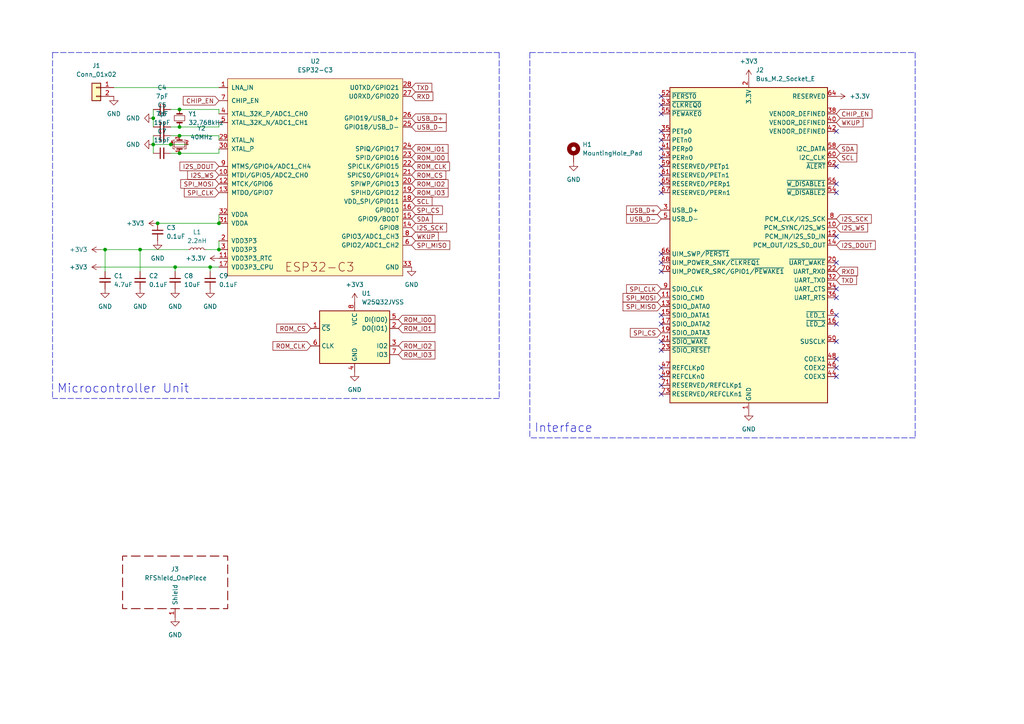
<source format=kicad_sch>
(kicad_sch (version 20211123) (generator eeschema)
  (paper "A4")
  (title_block (title "MiniESP-C3") (company "Jelly Tea"))
  (lib_symbols
    (symbol "+3V3_1" (power) (pin_names (offset 0))
      (property "Value" "+3V3_1" (at 0 3.556 0))
      (symbol "+3V3_1_0_1"
        (polyline (pts (xy -0.762 1.27) (xy 0 2.54)))
        (polyline (pts (xy 0 0) (xy 0 2.54)))
        (polyline (pts (xy 0 2.54) (xy 0.762 1.27)))
      )
      (symbol "+3V3_1_1_1"
        (pin power_in line (at 0 0 90) (length 0) hide (name "+3V3") (number "1"))
      )
    )
    (symbol "Connector:Bus_M.2_Socket_E"
      (property "Reference" "J" (at -22.86 46.99 0))
      (property "Value" "Bus_M.2_Socket_E" (at 16.51 46.99 0))
      (symbol "Bus_M.2_Socket_E_0_1"
        (rectangle (start -22.86 45.72) (end 22.86 -45.72) (stroke (width 0.254)) (fill (type background)))
      )
      (symbol "Bus_M.2_Socket_E_1_1"
        (pin power_in line (at 0 -48.26 90) (length 2.54) (name "GND") (number "1"))
        (pin bidirectional line (at 25.4 5.08 180) (length 2.54) (name "PCM_SYNC/I2S_WS") (number "10"))
        (pin bidirectional line (at -25.4 -15.24 0) (length 2.54) (name "SDIO_CMD") (number "11"))
        (pin input line (at 25.4 2.54 180) (length 2.54) (name "PCM_IN/I2S_SD_IN") (number "12"))
        (pin bidirectional line (at -25.4 -17.78 0) (length 2.54) (name "SDIO_DATA0") (number "13"))
        (pin output line (at 25.4 0 180) (length 2.54) (name "PCM_OUT/I2S_SD_OUT") (number "14"))
        (pin bidirectional line (at -25.4 -20.32 0) (length 2.54) (name "SDIO_DATA1") (number "15"))
        (pin open_collector line (at 25.4 -22.86 180) (length 2.54) (name "~{LED_2}") (number "16"))
        (pin bidirectional line (at -25.4 -22.86 0) (length 2.54) (name "SDIO_DATA2") (number "17"))
        (pin passive line (at 0 -48.26 90) (length 2.54) hide (name "GND") (number "18"))
        (pin bidirectional line (at -25.4 -25.4 0) (length 2.54) (name "SDIO_DATA3") (number "19"))
        (pin power_in line (at 0 48.26 270) (length 2.54) (name "3.3V") (number "2"))
        (pin input line (at 25.4 -5.08 180) (length 2.54) (name "~{UART_WAKE}") (number "20"))
        (pin input line (at -25.4 -27.94 0) (length 2.54) (name "~{SDIO_WAKE}") (number "21"))
        (pin input line (at 25.4 -7.62 180) (length 2.54) (name "UART_RXD") (number "22"))
        (pin output line (at -25.4 -30.48 0) (length 2.54) (name "~{SDIO_RESET}") (number "23"))
        (pin bidirectional line (at -25.4 10.16 0) (length 2.54) (name "USB_D+") (number "3"))
        (pin output line (at 25.4 -10.16 180) (length 2.54) (name "UART_TXD") (number "32"))
        (pin passive line (at 0 -48.26 90) (length 2.54) hide (name "GND") (number "33"))
        (pin input line (at 25.4 -12.7 180) (length 2.54) (name "UART_CTS") (number "34"))
        (pin output line (at -25.4 33.02 0) (length 2.54) (name "PETp0") (number "35"))
        (pin output line (at 25.4 -15.24 180) (length 2.54) (name "UART_RTS") (number "36"))
        (pin output line (at -25.4 30.48 0) (length 2.54) (name "PETn0") (number "37"))
        (pin passive line (at 25.4 38.1 180) (length 2.54) (name "VENDOR_DEFINED") (number "38"))
        (pin passive line (at 0 -48.26 90) (length 2.54) hide (name "GND") (number "39"))
        (pin passive line (at 0 48.26 270) (length 2.54) hide (name "3.3V") (number "4"))
        (pin passive line (at 25.4 35.56 180) (length 2.54) (name "VENDOR_DEFINED") (number "40"))
        (pin input line (at -25.4 27.94 0) (length 2.54) (name "PERp0") (number "41"))
        (pin passive line (at 25.4 33.02 180) (length 2.54) (name "VENDOR_DEFINED") (number "42"))
        (pin input line (at -25.4 25.4 0) (length 2.54) (name "PERn0") (number "43"))
        (pin bidirectional line (at 25.4 -38.1 180) (length 2.54) (name "COEX3") (number "44"))
        (pin passive line (at 0 -48.26 90) (length 2.54) hide (name "GND") (number "45"))
        (pin bidirectional line (at 25.4 -35.56 180) (length 2.54) (name "COEX2") (number "46"))
        (pin output line (at -25.4 -35.56 0) (length 2.54) (name "REFCLKp0") (number "47"))
        (pin bidirectional line (at 25.4 -33.02 180) (length 2.54) (name "COEX1") (number "48"))
        (pin output line (at -25.4 -38.1 0) (length 2.54) (name "REFCLKn0") (number "49"))
        (pin bidirectional line (at -25.4 7.62 0) (length 2.54) (name "USB_D-") (number "5"))
        (pin output line (at 25.4 -27.94 180) (length 2.54) (name "SUSCLK") (number "50"))
        (pin passive line (at 0 -48.26 90) (length 2.54) hide (name "GND") (number "51"))
        (pin output line (at -25.4 43.18 0) (length 2.54) (name "~{PERST0}") (number "52"))
        (pin bidirectional line (at -25.4 40.64 0) (length 2.54) (name "~{CLKREQ0}") (number "53"))
        (pin output line (at 25.4 15.24 180) (length 2.54) (name "~{W_DISABLE2}") (number "54"))
        (pin bidirectional line (at -25.4 38.1 0) (length 2.54) (name "~{PEWAKE0}") (number "55"))
        (pin output line (at 25.4 17.78 180) (length 2.54) (name "~{W_DISABLE1}") (number "56"))
        (pin passive line (at 0 -48.26 90) (length 2.54) hide (name "GND") (number "57"))
        (pin bidirectional line (at 25.4 27.94 180) (length 2.54) (name "I2C_DATA") (number "58"))
        (pin output line (at -25.4 22.86 0) (length 2.54) (name "RESERVED/PETp1") (number "59"))
        (pin open_collector line (at 25.4 -20.32 180) (length 2.54) (name "~{LED_1}") (number "6"))
        (pin output line (at 25.4 25.4 180) (length 2.54) (name "I2C_CLK") (number "60"))
        (pin output line (at -25.4 20.32 0) (length 2.54) (name "RESERVED/PETn1") (number "61"))
        (pin input line (at 25.4 22.86 180) (length 2.54) (name "~{ALERT}") (number "62"))
        (pin passive line (at 0 -48.26 90) (length 2.54) hide (name "GND") (number "63"))
        (pin passive line (at 25.4 43.18 180) (length 2.54) (name "RESERVED") (number "64"))
        (pin input line (at -25.4 17.78 0) (length 2.54) (name "RESERVED/PERp1") (number "65"))
        (pin output line (at -25.4 -2.54 0) (length 2.54) (name "UIM_SWP/~{PERST1}") (number "66"))
        (pin input line (at -25.4 15.24 0) (length 2.54) (name "RESERVED/PERn1") (number "67"))
        (pin bidirectional line (at -25.4 -5.08 0) (length 2.54) (name "UIM_POWER_SNK/~{CLKREQ1}") (number "68"))
        (pin passive line (at 0 -48.26 90) (length 2.54) hide (name "GND") (number "69"))
        (pin passive line (at 0 -48.26 90) (length 2.54) hide (name "GND") (number "7"))
        (pin bidirectional line (at -25.4 -7.62 0) (length 2.54) (name "UIM_POWER_SRC/GPIO1/~{PEWAKE1}") (number "70"))
        (pin output line (at -25.4 -40.64 0) (length 2.54) (name "RESERVED/REFCLKp1") (number "71"))
        (pin passive line (at 0 48.26 270) (length 2.54) hide (name "3.3V") (number "72"))
        (pin output line (at -25.4 -43.18 0) (length 2.54) (name "RESERVED/REFCLKn1") (number "73"))
        (pin passive line (at 0 48.26 270) (length 2.54) hide (name "3.3V") (number "74"))
        (pin passive line (at 0 -48.26 90) (length 2.54) hide (name "GND") (number "75"))
        (pin bidirectional line (at 25.4 7.62 180) (length 2.54) (name "PCM_CLK/I2S_SCK") (number "8"))
        (pin output line (at -25.4 -12.7 0) (length 2.54) (name "SDIO_CLK") (number "9"))
      )
    )
    (symbol "Connector_Generic:Conn_01x02" (pin_names (offset 1.016) hide)
      (property "Reference" "J" (at 0 2.54 0))
      (property "Value" "Conn_01x02" (at 0 -5.08 0))
      (symbol "Conn_01x02_1_1"
        (rectangle (start -1.27 -2.413) (end 0 -2.667) (stroke (width 0.1524)))
        (rectangle (start -1.27 0.127) (end 0 -0.127) (stroke (width 0.1524)))
        (rectangle (start -1.27 1.27) (end 1.27 -3.81) (stroke (width 0.254)) (fill (type background)))
        (pin passive line (at -5.08 0 0) (length 3.81) (name "Pin_1") (number "1"))
        (pin passive line (at -5.08 -2.54 0) (length 3.81) (name "Pin_2") (number "2"))
      )
    )
    (symbol "Device:C_Small" (pin_numbers hide) (pin_names (offset 0.254) hide)
      (property "Reference" "C" (at 0.254 1.778 0))
      (property "Value" "C_Small" (at 0.254 -2.032 0))
      (symbol "C_Small_0_1"
        (polyline (pts (xy -1.524 -0.508) (xy 1.524 -0.508)) (stroke (width 0.3302)))
        (polyline (pts (xy -1.524 0.508) (xy 1.524 0.508)) (stroke (width 0.3048)))
      )
      (symbol "C_Small_1_1"
        (pin passive line (at 0 2.54 270) (length 2.032) (name "~") (number "1"))
        (pin passive line (at 0 -2.54 90) (length 2.032) (name "~") (number "2"))
      )
    )
    (symbol "Device:Crystal_GND24_Small" (pin_names (offset 1.016) hide)
      (property "Reference" "Y" (at 1.27 4.445 0))
      (property "Value" "Crystal_GND24_Small" (at 1.27 2.54 0))
      (symbol "Crystal_GND24_Small_0_1"
        (rectangle (start -0.762 -1.524) (end 0.762 1.524))
        (polyline (pts (xy -1.27 -0.762) (xy -1.27 0.762)) (stroke (width 0.381)))
        (polyline (pts (xy 1.27 -0.762) (xy 1.27 0.762)) (stroke (width 0.381)))
        (polyline (pts (xy -1.27 -1.27) (xy -1.27 -1.905) (xy 1.27 -1.905) (xy 1.27 -1.27)))
        (polyline (pts (xy -1.27 1.27) (xy -1.27 1.905) (xy 1.27 1.905) (xy 1.27 1.27)))
      )
      (symbol "Crystal_GND24_Small_1_1"
        (pin passive line (at -2.54 0 0) (length 1.27) (name "1") (number "1"))
        (pin passive line (at 0 -2.54 90) (length 0.635) (name "2") (number "2"))
        (pin passive line (at 2.54 0 180) (length 1.27) (name "3") (number "3"))
        (pin passive line (at 0 2.54 270) (length 0.635) (name "4") (number "4"))
      )
    )
    (symbol "Device:Crystal_Small" (pin_numbers hide) (pin_names (offset 1.016) hide)
      (property "Reference" "Y" (at 0 2.54 0))
      (property "Value" "Crystal_Small" (at 0 -2.54 0))
      (symbol "Crystal_Small_0_1"
        (rectangle (start -0.762 -1.524) (end 0.762 1.524))
        (polyline (pts (xy -1.27 -0.762) (xy -1.27 0.762)) (stroke (width 0.381)))
        (polyline (pts (xy 1.27 -0.762) (xy 1.27 0.762)) (stroke (width 0.381)))
      )
      (symbol "Crystal_Small_1_1"
        (pin passive line (at -2.54 0 0) (length 1.27) (name "1") (number "1"))
        (pin passive line (at 2.54 0 180) (length 1.27) (name "2") (number "2"))
      )
    )
    (symbol "Device:L_Small" (pin_numbers hide) (pin_names (offset 0.254) hide)
      (property "Reference" "L" (at 0.762 1.016 0))
      (property "Value" "L_Small" (at 0.762 -1.016 0))
      (symbol "L_Small_0_1"
        (arc (start 0 -2.032) (mid 0.508 -1.524) (end 0 -1.016))
        (arc (start 0 -1.016) (mid 0.508 -0.508) (end 0 0))
        (arc (start 0 0) (mid 0.508 0.508) (end 0 1.016))
        (arc (start 0 1.016) (mid 0.508 1.524) (end 0 2.032))
      )
      (symbol "L_Small_1_1"
        (pin passive line (at 0 2.54 270) (length 0.508) (name "~") (number "1"))
        (pin passive line (at 0 -2.54 90) (length 0.508) (name "~") (number "2"))
      )
    )
    (symbol "Device:RFShield_OnePiece" (pin_names (offset 1.016))
      (property "Reference" "J" (at 0 5.08 0))
      (property "Value" "RFShield_OnePiece" (at 0 2.54 0))
      (symbol "RFShield_OnePiece_0_1"
        (polyline (pts (xy -15.24 -5.08) (xy -15.24 -2.54)) (stroke (width 0.254)))
        (polyline (pts (xy -15.24 -1.27) (xy -15.24 1.27)) (stroke (width 0.254)))
        (polyline (pts (xy -15.24 2.54) (xy -15.24 5.08)) (stroke (width 0.254)))
        (polyline (pts (xy -12.7 7.62) (xy -10.16 7.62)) (stroke (width 0.254)))
        (polyline (pts (xy -10.16 -7.62) (xy -12.7 -7.62)) (stroke (width 0.254)))
        (polyline (pts (xy -6.35 -7.62) (xy -8.89 -7.62)) (stroke (width 0.254)))
        (polyline (pts (xy -6.35 7.62) (xy -8.89 7.62)) (stroke (width 0.254)))
        (polyline (pts (xy -2.54 -7.62) (xy -5.08 -7.62)) (stroke (width 0.254)))
        (polyline (pts (xy -2.54 7.62) (xy -5.08 7.62)) (stroke (width 0.254)))
        (polyline (pts (xy -1.27 -7.62) (xy 1.27 -7.62)) (stroke (width 0.254)))
        (polyline (pts (xy 1.27 7.62) (xy -1.27 7.62)) (stroke (width 0.254)))
        (polyline (pts (xy 2.54 -7.62) (xy 5.08 -7.62)) (stroke (width 0.254)))
        (polyline (pts (xy 5.08 7.62) (xy 2.54 7.62)) (stroke (width 0.254)))
        (polyline (pts (xy 6.35 -7.62) (xy 8.89 -7.62)) (stroke (width 0.254)))
        (polyline (pts (xy 8.89 7.62) (xy 6.35 7.62)) (stroke (width 0.254)))
        (polyline (pts (xy 10.16 -7.62) (xy 12.7 -7.62)) (stroke (width 0.254)))
        (polyline (pts (xy 12.7 7.62) (xy 10.16 7.62)) (stroke (width 0.254)))
        (polyline (pts (xy 15.24 -5.08) (xy 15.24 -2.54)) (stroke (width 0.254)))
        (polyline (pts (xy 15.24 -1.27) (xy 15.24 1.27)) (stroke (width 0.254)))
        (polyline (pts (xy 15.24 2.54) (xy 15.24 5.08)) (stroke (width 0.254)))
        (polyline (pts (xy -15.24 6.35) (xy -15.24 7.62) (xy -13.97 7.62)) (stroke (width 0.254)))
        (polyline (pts (xy -13.97 -7.62) (xy -15.24 -7.62) (xy -15.24 -6.35)) (stroke (width 0.254)))
        (polyline (pts (xy 13.97 -7.62) (xy 15.24 -7.62) (xy 15.24 -6.35)) (stroke (width 0.254)))
        (polyline (pts (xy 15.24 6.35) (xy 15.24 7.62) (xy 13.97 7.62)) (stroke (width 0.254)))
      )
      (symbol "RFShield_OnePiece_1_1"
        (pin passive line (at 0 -10.16 90) (length 2.54) (name "Shield") (number "1"))
      )
    )
    (symbol "Espressif:ESP32-C3" (pin_names (offset 1.016))
      (property "Reference" "U" (at 0 31.75 0))
      (property "Value" "ESP32-C3" (at 0 -27.94 0))
      (symbol "ESP32-C3_0_0"
        (text "ESP32-C3" (at 1.27 -24.13 0) (effects (font (size 2.54 2.54))))
        (pin bidirectional line (at -27.94 27.94 0) (length 2.54) (name "LNA_IN") (number "1"))
        (pin bidirectional line (at -27.94 2.54 0) (length 2.54) (name "MTDI/GPIO5/ADC2_CH0") (number "10"))
        (pin power_in line (at -27.94 -21.59 0) (length 2.54) (name "VDD3P3_RTC") (number "11"))
        (pin bidirectional line (at -27.94 0 0) (length 2.54) (name "MTCK/GPIO6") (number "12"))
        (pin bidirectional line (at -27.94 -2.54 0) (length 2.54) (name "MTDO/GPIO7") (number "13"))
        (pin bidirectional line (at 27.94 -12.7 180) (length 2.54) (name "GPIO8") (number "14"))
        (pin bidirectional line (at 27.94 -10.16 180) (length 2.54) (name "GPIO9/BOOT") (number "15"))
        (pin bidirectional line (at 27.94 -7.62 180) (length 2.54) (name "GPIO10") (number "16"))
        (pin power_in line (at -27.94 -24.13 0) (length 2.54) (name "VDD3P3_CPU") (number "17"))
        (pin bidirectional line (at 27.94 -5.08 180) (length 2.54) (name "VDD_SPI/GPIO11") (number "18"))
        (pin bidirectional line (at 27.94 -2.54 180) (length 2.54) (name "SPIHD/GPIO12") (number "19"))
        (pin power_in line (at -27.94 -16.51 0) (length 2.54) (name "VDD3P3") (number "2"))
        (pin bidirectional line (at 27.94 0 180) (length 2.54) (name "SPIWP/GPIO13") (number "20"))
        (pin bidirectional line (at 27.94 2.54 180) (length 2.54) (name "SPICS0/GPIO14") (number "21"))
        (pin bidirectional line (at 27.94 5.08 180) (length 2.54) (name "SPICLK/GPIO15") (number "22"))
        (pin bidirectional line (at 27.94 7.62 180) (length 2.54) (name "SPID/GPIO16") (number "23"))
        (pin bidirectional line (at 27.94 10.16 180) (length 2.54) (name "SPIQ/GPIO17") (number "24"))
        (pin bidirectional line (at 27.94 16.51 180) (length 2.54) (name "GPIO18/USB_D-") (number "25"))
        (pin bidirectional line (at 27.94 19.05 180) (length 2.54) (name "GPIO19/USB_D+") (number "26"))
        (pin bidirectional line (at 27.94 25.4 180) (length 2.54) (name "U0RXD/GPIO20") (number "27"))
        (pin bidirectional line (at 27.94 27.94 180) (length 2.54) (name "U0TXD/GPIO21") (number "28"))
        (pin output line (at -27.94 12.7 0) (length 2.54) (name "XTAL_N") (number "29"))
        (pin power_in line (at -27.94 -19.05 0) (length 2.54) (name "VDD3P3") (number "3"))
        (pin input line (at -27.94 10.16 0) (length 2.54) (name "XTAL_P") (number "30"))
        (pin power_in line (at -27.94 -11.43 0) (length 2.54) (name "VDDA") (number "31"))
        (pin power_in line (at -27.94 -8.89 0) (length 2.54) (name "VDDA") (number "32"))
        (pin power_in line (at 27.94 -24.13 180) (length 2.54) (name "GND") (number "33"))
        (pin output line (at -27.94 20.32 0) (length 2.54) (name "XTAL_32K_P/ADC1_CH0") (number "4"))
        (pin input line (at -27.94 17.78 0) (length 2.54) (name "XTAL_32K_N/ADC1_CH1") (number "5"))
        (pin bidirectional line (at 27.94 -17.78 180) (length 2.54) (name "GPIO2/ADC1_CH2") (number "6"))
        (pin input line (at -27.94 24.13 0) (length 2.54) (name "CHIP_EN") (number "7"))
        (pin bidirectional line (at 27.94 -15.24 180) (length 2.54) (name "GPIO3/ADC1_CH3") (number "8"))
        (pin bidirectional line (at -27.94 5.08 0) (length 2.54) (name "MTMS/GPIO4/ADC1_CH4") (number "9"))
      )
      (symbol "ESP32-C3_0_1"
        (rectangle (start -25.4 30.48) (end 25.4 -26.67) (fill (type background)))
      )
    )
    (symbol "Mechanical:MountingHole_Pad" (pin_numbers hide) (pin_names (offset 1.016) hide)
      (property "Reference" "H" (at 0 6.35 0))
      (property "Value" "MountingHole_Pad" (at 0 4.445 0))
      (symbol "MountingHole_Pad_0_1"
        (circle (center 0 1.27) (radius 1.27) (stroke (width 1.27)))
      )
      (symbol "MountingHole_Pad_1_1"
        (pin input line (at 0 -2.54 90) (length 2.54) (name "1") (number "1"))
      )
    )
    (symbol "Memory_Flash:W25Q32JVSS"
      (property "Reference" "U" (at -8.89 8.89 0))
      (property "Value" "W25Q32JVSS" (at 7.62 8.89 0))
      (symbol "W25Q32JVSS_0_1"
        (rectangle (start -10.16 7.62) (end 10.16 -7.62) (stroke (width 0.254)) (fill (type background)))
      )
      (symbol "W25Q32JVSS_1_1"
        (pin input line (at -12.7 2.54 0) (length 2.54) (name "~{CS}") (number "1"))
        (pin bidirectional line (at 12.7 2.54 180) (length 2.54) (name "DO(IO1)") (number "2"))
        (pin bidirectional line (at 12.7 -2.54 180) (length 2.54) (name "IO2") (number "3"))
        (pin power_in line (at 0 -10.16 90) (length 2.54) (name "GND") (number "4"))
        (pin bidirectional line (at 12.7 5.08 180) (length 2.54) (name "DI(IO0)") (number "5"))
        (pin input line (at -12.7 -2.54 0) (length 2.54) (name "CLK") (number "6"))
        (pin bidirectional line (at 12.7 -5.08 180) (length 2.54) (name "IO3") (number "7"))
        (pin power_in line (at 0 10.16 270) (length 2.54) (name "VCC") (number "8"))
      )
    )
    (symbol "power:+3.3V" (power) (pin_names (offset 0))
      (property "Value" "+3.3V" (at 0 3.556 0))
      (symbol "+3.3V_0_1"
        (polyline (pts (xy -0.762 1.27) (xy 0 2.54)))
        (polyline (pts (xy 0 0) (xy 0 2.54)))
        (polyline (pts (xy 0 2.54) (xy 0.762 1.27)))
      )
      (symbol "+3.3V_1_1"
        (pin power_in line (at 0 0 90) (length 0) hide (name "+3.3V") (number "1"))
      )
    )
    (symbol "power:+3V3" (power) (pin_names (offset 0))
      (property "Value" "+3V3" (at 0 3.556 0))
      (symbol "+3V3_0_1"
        (polyline (pts (xy -0.762 1.27) (xy 0 2.54)))
        (polyline (pts (xy 0 0) (xy 0 2.54)))
        (polyline (pts (xy 0 2.54) (xy 0.762 1.27)))
      )
      (symbol "+3V3_1_1"
        (pin power_in line (at 0 0 90) (length 0) hide (name "+3V3") (number "1"))
      )
    )
    (symbol "power:GND" (power) (pin_names (offset 0))
      (property "Value" "GND" (at 0 -3.81 0))
      (symbol "GND_0_1"
        (polyline (pts (xy 0 0) (xy 0 -1.27) (xy 1.27 -1.27) (xy 0 -2.54) (xy -1.27 -1.27) (xy 0 -1.27)))
      )
      (symbol "GND_1_1"
        (pin power_in line (at 0 0 270) (length 0) hide (name "GND") (number "1"))
      )
    )
  )
  (junction (at 63.5 64.77))
  (junction (at 52.07 31.75))
  (junction (at 40.64 72.39))
  (junction (at 52.07 36.83))
  (junction (at 63.5 72.39))
  (junction (at 45.72 64.77))
  (junction (at 60.96 77.47))
  (junction (at 49.53 41.91))
  (junction (at 50.8 77.47))
  (junction (at 52.07 44.45))
  (junction (at 30.48 72.39))
  (junction (at 44.45 34.29))
  (junction (at 44.45 41.91))
  (junction (at 52.07 39.37))
  (no_connect (at 242.57 55.88))
  (no_connect (at 191.77 55.88))
  (no_connect (at 191.77 53.34))
  (no_connect (at 191.77 109.22))
  (no_connect (at 242.57 86.36))
  (no_connect (at 242.57 83.82))
  (no_connect (at 242.57 109.22))
  (no_connect (at 191.77 78.74))
  (no_connect (at 191.77 101.6))
  (no_connect (at 191.77 93.98))
  (no_connect (at 191.77 114.3))
  (no_connect (at 191.77 106.68))
  (no_connect (at 242.57 93.98))
  (no_connect (at 242.57 68.58))
  (no_connect (at 191.77 48.26))
  (no_connect (at 191.77 33.02))
  (no_connect (at 191.77 73.66))
  (no_connect (at 191.77 91.44))
  (no_connect (at 191.77 30.48))
  (no_connect (at 242.57 104.14))
  (no_connect (at 191.77 38.1))
  (no_connect (at 242.57 53.34))
  (no_connect (at 191.77 43.18))
  (no_connect (at 191.77 45.72))
  (no_connect (at 242.57 106.68))
  (no_connect (at 191.77 27.94))
  (no_connect (at 242.57 48.26))
  (no_connect (at 242.57 91.44))
  (no_connect (at 191.77 50.8))
  (no_connect (at 191.77 111.76))
  (no_connect (at 191.77 40.64))
  (no_connect (at 242.57 99.06))
  (no_connect (at 242.57 38.1))
  (no_connect (at 191.77 76.2))
  (no_connect (at 191.77 99.06))
  (no_connect (at 242.57 76.2))
  (wire (pts (xy 63.5 39.37) (xy 63.5 40.64)))
  (wire (pts (xy 52.07 31.75) (xy 63.5 31.75)))
  (wire (pts (xy 44.45 34.29) (xy 44.45 36.83)))
  (wire (pts (xy 40.64 72.39) (xy 54.61 72.39)))
  (wire (pts (xy 44.45 31.75) (xy 44.45 34.29)))
  (wire (pts (xy 29.21 77.47) (xy 50.8 77.47)))
  (wire (pts (xy 49.53 44.45) (xy 52.07 44.45)))
  (wire (pts (xy 63.5 62.23) (xy 63.5 64.77)))
  (wire (pts (xy 63.5 36.83) (xy 63.5 35.56)))
  (wire (pts (xy 30.48 72.39) (xy 30.48 78.74)))
  (wire (pts (xy 49.53 41.91) (xy 54.61 41.91)))
  (wire (pts (xy 52.07 39.37) (xy 63.5 39.37)))
  (wire (pts (xy 49.53 39.37) (xy 52.07 39.37)))
  (wire (pts (xy 29.21 72.39) (xy 30.48 72.39)))
  (polyline (pts (xy 15.24 15.24) (xy 15.24 115.57)))
  (polyline (pts (xy 265.43 127) (xy 153.67 127)))
  (wire (pts (xy 60.96 77.47) (xy 63.5 77.47)))
  (wire (pts (xy 59.69 72.39) (xy 63.5 72.39)))
  (wire (pts (xy 44.45 39.37) (xy 44.45 41.91)))
  (wire (pts (xy 49.53 36.83) (xy 52.07 36.83)))
  (wire (pts (xy 45.72 64.77) (xy 63.5 64.77)))
  (wire (pts (xy 49.53 31.75) (xy 52.07 31.75)))
  (wire (pts (xy 60.96 78.74) (xy 60.96 77.47)))
  (wire (pts (xy 50.8 78.74) (xy 50.8 77.47)))
  (polyline (pts (xy 15.24 15.24) (xy 144.78 15.24)))
  (wire (pts (xy 50.8 77.47) (xy 60.96 77.47)))
  (wire (pts (xy 63.5 69.85) (xy 63.5 72.39)))
  (wire (pts (xy 44.45 41.91) (xy 44.45 44.45)))
  (wire (pts (xy 52.07 44.45) (xy 63.5 44.45)))
  (wire (pts (xy 33.02 25.4) (xy 63.5 25.4)))
  (wire (pts (xy 44.45 41.91) (xy 49.53 41.91)))
  (polyline (pts (xy 153.67 15.24) (xy 153.67 127)))
  (polyline (pts (xy 265.43 15.24) (xy 265.43 127)))
  (polyline (pts (xy 144.78 115.57) (xy 15.24 115.57)))
  (polyline (pts (xy 153.67 15.24) (xy 265.43 15.24)))
  (wire (pts (xy 52.07 36.83) (xy 63.5 36.83)))
  (wire (pts (xy 63.5 31.75) (xy 63.5 33.02)))
  (wire (pts (xy 40.64 72.39) (xy 40.64 78.74)))
  (polyline (pts (xy 144.78 15.24) (xy 144.78 115.57)))
  (wire (pts (xy 30.48 72.39) (xy 40.64 72.39)))
  (wire (pts (xy 63.5 44.45) (xy 63.5 43.18)))
  (text "Interface" (at 154.94 125.73 0) (effects (font (size 2.54 2.54)) (justify left bottom)))
  (text "Microcontroller Unit" (at 16.51 114.3 0) (effects (font (size 2.54 2.54)) (justify left bottom)))
  (global_label "WKUP" (shape input) (at 119.38 68.58 0) (property "插入图纸页参考" "${INTERSHEET_REFS}" (effects hide)))
  (global_label "SPI_MISO" (shape input) (at 191.77 88.9 180) (property "插入图纸页参考" "${INTERSHEET_REFS}" (effects hide)))
  (global_label "I2S_WS" (shape input) (at 63.5 50.8 180) (property "插入图纸页参考" "${INTERSHEET_REFS}" (effects hide)))
  (global_label "TXD" (shape input) (at 119.38 25.4 0) (property "插入图纸页参考" "${INTERSHEET_REFS}" (effects hide)))
  (global_label "ROM_IO2" (shape input) (at 115.57 100.33 0) (property "插入图纸页参考" "${INTERSHEET_REFS}" (effects hide)))
  (global_label "USB_D+" (shape input) (at 119.38 34.29 0) (property "插入图纸页参考" "${INTERSHEET_REFS}" (effects hide)))
  (global_label "SPI_MISO" (shape input) (at 119.38 71.12 0) (property "插入图纸页参考" "${INTERSHEET_REFS}" (effects hide)))
  (global_label "RXD" (shape input) (at 119.38 27.94 0) (property "插入图纸页参考" "${INTERSHEET_REFS}" (effects hide)))
  (global_label "SPI_CS" (shape input) (at 191.77 96.52 180) (property "插入图纸页参考" "${INTERSHEET_REFS}" (effects hide)))
  (global_label "ROM_CLK" (shape input) (at 90.17 100.33 180) (property "插入图纸页参考" "${INTERSHEET_REFS}" (effects hide)))
  (global_label "CHIP_EN" (shape input) (at 63.5 29.21 180) (property "插入图纸页参考" "${INTERSHEET_REFS}" (effects hide)))
  (global_label "WKUP" (shape input) (at 242.57 35.56 0) (property "插入图纸页参考" "${INTERSHEET_REFS}" (effects hide)))
  (global_label "USB_D+" (shape input) (at 191.77 60.96 180) (property "插入图纸页参考" "${INTERSHEET_REFS}" (effects hide)))
  (global_label "I2S_SCK" (shape input) (at 119.38 66.04 0) (property "插入图纸页参考" "${INTERSHEET_REFS}" (effects hide)))
  (global_label "ROM_IO0" (shape input) (at 119.38 45.72 0) (property "插入图纸页参考" "${INTERSHEET_REFS}" (effects hide)))
  (global_label "SCL" (shape input) (at 119.38 58.42 0) (property "插入图纸页参考" "${INTERSHEET_REFS}" (effects hide)))
  (global_label "SPI_CLK" (shape input) (at 191.77 83.82 180) (property "插入图纸页参考" "${INTERSHEET_REFS}" (effects hide)))
  (global_label "ROM_CLK" (shape input) (at 119.38 48.26 0) (property "插入图纸页参考" "${INTERSHEET_REFS}" (effects hide)))
  (global_label "USB_D-" (shape input) (at 119.38 36.83 0) (property "插入图纸页参考" "${INTERSHEET_REFS}" (effects hide)))
  (global_label "I2S_DOUT" (shape input) (at 242.57 71.12 0) (property "Intersheet References" "${INTERSHEET_REFS}" (effects hide)))
  (global_label "I2S_SCK" (shape input) (at 242.57 63.5 0) (property "插入图纸页参考" "${INTERSHEET_REFS}" (effects hide)))
  (global_label "ROM_IO1" (shape input) (at 115.57 95.25 0) (property "插入图纸页参考" "${INTERSHEET_REFS}" (effects hide)))
  (global_label "ROM_IO0" (shape input) (at 115.57 92.71 0) (property "插入图纸页参考" "${INTERSHEET_REFS}" (effects hide)))
  (global_label "CHIP_EN" (shape input) (at 242.57 33.02 0) (property "插入图纸页参考" "${INTERSHEET_REFS}" (effects hide)))
  (global_label "SPI_CLK" (shape input) (at 63.5 55.88 180) (property "插入图纸页参考" "${INTERSHEET_REFS}" (effects hide)))
  (global_label "RXD" (shape input) (at 242.57 78.74 0) (property "插入图纸页参考" "${INTERSHEET_REFS}" (effects hide)))
  (global_label "ROM_IO3" (shape input) (at 119.38 55.88 0) (property "插入图纸页参考" "${INTERSHEET_REFS}" (effects hide)))
  (global_label "TXD" (shape input) (at 242.57 81.28 0) (property "插入图纸页参考" "${INTERSHEET_REFS}" (effects hide)))
  (global_label "SPI_MOSI" (shape input) (at 191.77 86.36 180) (property "插入图纸页参考" "${INTERSHEET_REFS}" (effects hide)))
  (global_label "ROM_IO2" (shape input) (at 119.38 53.34 0) (property "插入图纸页参考" "${INTERSHEET_REFS}" (effects hide)))
  (global_label "ROM_IO3" (shape input) (at 115.57 102.87 0) (property "插入图纸页参考" "${INTERSHEET_REFS}" (effects hide)))
  (global_label "USB_D-" (shape input) (at 191.77 63.5 180) (property "插入图纸页参考" "${INTERSHEET_REFS}" (effects hide)))
  (global_label "SCL" (shape input) (at 242.57 45.72 0) (property "插入图纸页参考" "${INTERSHEET_REFS}" (effects hide)))
  (global_label "I2S_WS" (shape input) (at 242.57 66.04 0) (property "插入图纸页参考" "${INTERSHEET_REFS}" (effects hide)))
  (global_label "I2S_DOUT" (shape input) (at 63.5 48.26 180) (property "Intersheet References" "${INTERSHEET_REFS}" (effects hide)))
  (global_label "ROM_IO1" (shape input) (at 119.38 43.18 0) (property "插入图纸页参考" "${INTERSHEET_REFS}" (effects hide)))
  (global_label "ROM_CS" (shape input) (at 90.17 95.25 180) (property "Intersheet References" "${INTERSHEET_REFS}" (effects hide)))
  (global_label "SPI_CS" (shape input) (at 119.38 60.96 0) (property "插入图纸页参考" "${INTERSHEET_REFS}" (effects hide)))
  (global_label "SDA" (shape input) (at 119.38 63.5 0) (property "插入图纸页参考" "${INTERSHEET_REFS}" (effects hide)))
  (global_label "SDA" (shape input) (at 242.57 43.18 0) (property "插入图纸页参考" "${INTERSHEET_REFS}" (effects hide)))
  (global_label "SPI_MOSI" (shape input) (at 63.5 53.34 180) (property "插入图纸页参考" "${INTERSHEET_REFS}" (effects hide)))
  (global_label "ROM_CS" (shape input) (at 119.38 50.8 0) (property "Intersheet References" "${INTERSHEET_REFS}" (effects hide)))
  (symbol (lib_id "Connector:Bus_M.2_Socket_E") (at 217.17 71.12 0) (unit 1)
    (property "Reference" "J2" (at 219.1894 20.32 0) (effects (justify left)))
    (property "Value" "Bus_M.2_Socket_E" (at 219.1894 22.86 0) (effects (justify left)))
    (property "Footprint" "Connector_PCBEdge_M.2:M.2_E" (effects hide))
    (property "Datasheet" "http://read.pudn.com/downloads794/doc/project/3133918/PCIe_M.2_Electromechanical_Spec_Rev1.0_Final_11012013_RS_Clean.pdf#page=150" (effects hide))
  )
  (symbol (lib_id "power:GND") (at 60.96 83.82 0) (unit 1)
    (property "Reference" "#PWR0107" (effects hide))
    (property "Value" "GND" (at 60.96 88.9 0))
  )
  (symbol (lib_id "power:+3V3") (at 102.87 87.63 0) (unit 1)
    (property "Reference" "#PWR0110" (effects hide))
    (property "Value" "+3V3" (at 102.87 82.55 0))
  )
  (symbol (lib_id "power:GND") (at 44.45 41.91 270) (unit 1)
    (property "Reference" "#PWR0118" (effects hide))
    (property "Value" "GND" (at 40.64 41.9099 90) (effects (justify right)))
  )
  (symbol (lib_id "Device:C_Small") (at 60.96 81.28 0) (unit 1)
    (property "Reference" "C9" (at 63.5 80.0162 0) (effects (justify left)))
    (property "Value" "0.1uF" (at 63.5 82.5562 0) (effects (justify left)))
    (property "Footprint" "Capacitor_SMD:C_0603_1608Metric" (effects hide))
  )
  (symbol (lib_id "power:+3.3V") (at 242.57 27.94 270) (unit 1)
    (property "Reference" "#PWR0121" (effects hide))
    (property "Value" "+3.3V" (at 246.38 27.9399 90) (effects (justify left)))
  )
  (symbol (lib_id "power:GND") (at 50.8 179.07 0) (unit 1)
    (property "Reference" "#PWR0111" (effects hide))
    (property "Value" "GND" (at 50.8 184.15 0))
  )
  (symbol (lib_id "power:GND") (at 102.87 107.95 0) (unit 1)
    (property "Reference" "#PWR0112" (effects hide))
    (property "Value" "GND" (at 102.87 113.03 0))
  )
  (symbol (lib_id "Device:RFShield_OnePiece") (at 50.8 168.91 0) (unit 1)
    (property "Reference" "J3" (at 49.53 165.1 0) (effects (justify left)))
    (property "Value" "RFShield_OnePiece" (at 41.91 167.64 0) (effects (justify left)))
    (property "Footprint" "RF_Shielding:Wuerth_36103205_20x20mm" (effects hide))
  )
  (symbol (lib_id "Device:C_Small") (at 46.99 44.45 90) (unit 1)
    (property "Reference" "C7" (at 46.9963 38.1 90))
    (property "Value" "15pF" (at 46.9963 40.64 90))
    (property "Footprint" "Capacitor_SMD:C_0402_1005Metric" (effects hide))
  )
  (symbol (lib_name "+3V3_1") (lib_id "power:+3V3") (at 217.17 22.86 0) (unit 1)
    (property "Reference" "#PWR0120" (effects hide))
    (property "Value" "+3V3" (at 217.17 17.78 0))
  )
  (symbol (lib_id "power:GND") (at 30.48 83.82 0) (unit 1)
    (property "Reference" "#PWR0105" (effects hide))
    (property "Value" "GND" (at 30.48 88.9 0))
  )
  (symbol (lib_id "power:GND") (at 45.72 69.85 0) (unit 1)
    (property "Reference" "#PWR0101" (effects hide))
    (property "Value" "GND" (at 45.72 74.93 0))
  )
  (symbol (lib_id "Mechanical:MountingHole_Pad") (at 166.37 44.45 0) (unit 1)
    (property "Reference" "H1" (at 168.91 41.9099 0) (effects (justify left)))
    (property "Value" "MountingHole_Pad" (at 168.91 44.4499 0) (effects (justify left)))
    (property "Footprint" "clipboard:b5ac07d7-f8d1-48bd-96f9-ddd14d7acfe7" (effects hide))
  )
  (symbol (lib_id "power:GND") (at 217.17 119.38 0) (unit 1)
    (property "Reference" "#PWR0119" (effects hide))
    (property "Value" "GND" (at 217.17 124.46 0))
  )
  (symbol (lib_id "Device:C_Small") (at 46.99 36.83 90) (unit 1)
    (property "Reference" "C5" (at 46.9963 30.48 90))
    (property "Value" "7pF" (at 46.9963 33.02 90))
    (property "Footprint" "Capacitor_SMD:C_0402_1005Metric" (effects hide))
  )
  (symbol (lib_id "Device:C_Small") (at 50.8 81.28 0) (unit 1)
    (property "Reference" "C8" (at 53.34 80.0162 0) (effects (justify left)))
    (property "Value" "10uF" (at 53.34 82.5562 0) (effects (justify left)))
    (property "Footprint" "Capacitor_SMD:C_0603_1608Metric" (effects hide))
  )
  (symbol (lib_id "Device:L_Small") (at 57.15 72.39 90) (unit 1)
    (property "Reference" "L1" (at 57.15 67.31 90))
    (property "Value" "2.2nH" (at 57.15 69.85 90))
    (property "Footprint" "Inductor_SMD:L_0603_1608Metric" (effects hide))
  )
  (symbol (lib_id "Connector_Generic:Conn_01x02") (at 27.94 25.4 0) (mirror y) (unit 1)
    (property "Reference" "J1" (at 27.94 19.05 0))
    (property "Value" "Conn_01x02" (at 27.94 21.59 0))
    (property "Footprint" "Connector_Coaxial:U.FL_Hirose_U.FL-R-SMT-1_Vertical" (effects hide))
  )
  (symbol (lib_id "power:GND") (at 50.8 83.82 0) (unit 1)
    (property "Reference" "#PWR0106" (effects hide))
    (property "Value" "GND" (at 50.8 88.9 0))
  )
  (symbol (lib_id "Device:Crystal_Small") (at 52.07 34.29 90) (unit 1)
    (property "Reference" "Y1" (at 54.61 33.0199 90) (effects (justify right)))
    (property "Value" "32.768kHz" (at 54.61 35.5599 90) (effects (justify right)))
    (property "Footprint" "Crystal:Crystal_SMD_3215-2Pin_3.2x1.5mm" (effects hide))
  )
  (symbol (lib_id "Memory_Flash:W25Q32JVSS") (at 102.87 97.79 0) (unit 1)
    (property "Reference" "U1" (at 104.8894 85.09 0) (effects (justify left)))
    (property "Value" "W25Q32JVSS" (at 104.8894 87.63 0) (effects (justify left)))
    (property "Footprint" "Package_SO:SOIC-8_5.23x5.23mm_P1.27mm" (effects hide))
    (property "Datasheet" "http://www.winbond.com/resource-files/w25q32jv%20revg%2003272018%20plus.pdf" (effects hide))
  )
  (symbol (lib_id "power:+3V3") (at 45.72 64.77 90) (unit 1)
    (property "Reference" "#PWR0102" (effects hide))
    (property "Value" "+3V3" (at 41.91 64.7699 90) (effects (justify left)))
  )
  (symbol (lib_id "Device:C_Small") (at 46.99 39.37 90) (unit 1)
    (property "Reference" "C6" (at 46.9963 33.02 90))
    (property "Value" "15pF" (at 46.9963 35.56 90))
    (property "Footprint" "Capacitor_SMD:C_0402_1005Metric" (effects hide))
  )
  (symbol (lib_id "Device:C_Small") (at 40.64 81.28 0) (unit 1)
    (property "Reference" "C2" (at 43.18 80.0162 0) (effects (justify left)))
    (property "Value" "0.1uF" (at 43.18 82.5562 0) (effects (justify left)))
    (property "Footprint" "Capacitor_SMD:C_0603_1608Metric" (effects hide))
  )
  (symbol (lib_id "power:+3.3V") (at 63.5 74.93 90) (unit 1)
    (property "Reference" "#PWR0103" (effects hide))
    (property "Value" "+3.3V" (at 59.69 74.9299 90) (effects (justify left)))
  )
  (symbol (lib_id "power:+3V3") (at 29.21 72.39 90) (unit 1)
    (property "Reference" "#PWR0108" (effects hide))
    (property "Value" "+3V3" (at 25.4 72.3899 90) (effects (justify left)))
  )
  (symbol (lib_id "power:GND") (at 40.64 83.82 0) (unit 1)
    (property "Reference" "#PWR0104" (effects hide))
    (property "Value" "GND" (at 40.64 88.9 0))
  )
  (symbol (lib_id "power:+3V3") (at 29.21 77.47 90) (unit 1)
    (property "Reference" "#PWR0109" (effects hide))
    (property "Value" "+3V3" (at 25.4 77.4699 90) (effects (justify left)))
  )
  (symbol (lib_id "Device:Crystal_GND24_Small") (at 52.07 41.91 90) (unit 1)
    (property "Reference" "Y2" (at 58.42 37.211 90))
    (property "Value" "40MHz" (at 58.42 39.751 90))
    (property "Footprint" "Crystal:Crystal_SMD_3225-4Pin_3.2x2.5mm" (effects hide))
  )
  (symbol (lib_id "power:GND") (at 119.38 77.47 0) (unit 1)
    (property "Reference" "#PWR0113" (effects hide))
    (property "Value" "GND" (at 119.38 82.55 0))
  )
  (symbol (lib_id "power:GND") (at 44.45 34.29 270) (unit 1)
    (property "Reference" "#PWR0117" (effects hide))
    (property "Value" "GND" (at 40.64 34.2899 90) (effects (justify right)))
  )
  (symbol (lib_id "power:GND") (at 166.37 46.99 0) (unit 1)
    (property "Reference" "#PWR01" (effects hide))
    (property "Value" "GND" (at 166.37 52.07 0))
  )
  (symbol (lib_id "Device:C_Small") (at 30.48 81.28 0) (unit 1)
    (property "Reference" "C1" (at 33.02 80.0162 0) (effects (justify left)))
    (property "Value" "4.7uF" (at 33.02 82.5562 0) (effects (justify left)))
    (property "Footprint" "Capacitor_SMD:C_0603_1608Metric" (effects hide))
  )
  (symbol (lib_id "Device:C_Small") (at 45.72 67.31 0) (unit 1)
    (property "Reference" "C3" (at 48.26 66.0462 0) (effects (justify left)))
    (property "Value" "0.1uF" (at 48.26 68.5862 0) (effects (justify left)))
    (property "Footprint" "Capacitor_SMD:C_0603_1608Metric" (effects hide))
  )
  (symbol (lib_id "power:GND") (at 33.02 27.94 0) (unit 1)
    (property "Reference" "#PWR0116" (effects hide))
    (property "Value" "GND" (at 33.02 33.02 0))
  )
  (symbol (lib_id "Device:C_Small") (at 46.99 31.75 90) (unit 1)
    (property "Reference" "C4" (at 46.9963 25.4 90))
    (property "Value" "7pF" (at 46.9963 27.94 90))
    (property "Footprint" "Capacitor_SMD:C_0402_1005Metric" (effects hide))
  )
  (symbol (lib_id "Espressif:ESP32-C3") (at 91.44 53.34 0) (unit 1)
    (property "Reference" "U2" (at 91.44 17.78 0))
    (property "Value" "ESP32-C3" (at 91.44 20.32 0))
    (property "Footprint" "Package_DFN_QFN:QFN-32-1EP_5x5mm_P0.5mm_EP3.45x3.45mm_ThermalVias" (effects hide))
    (property "Datasheet" "https://www.espressif.com/sites/default/files/documentation/esp32-c3_datasheet_en.pdf" (effects hide))
  )
)
</source>
